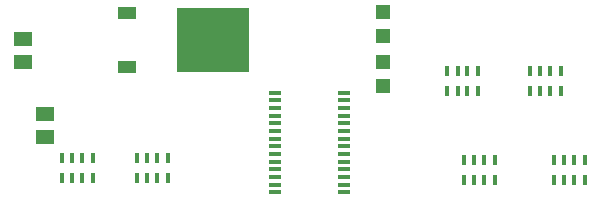
<source format=gbr>
G04 EAGLE Gerber RS-274X export*
G75*
%MOMM*%
%FSLAX34Y34*%
%LPD*%
%INSolderpaste Top*%
%IPPOS*%
%AMOC8*
5,1,8,0,0,1.08239X$1,22.5*%
G01*
%ADD10R,0.990600X0.304800*%
%ADD11R,1.500000X1.300000*%
%ADD12R,6.200000X5.400000*%
%ADD13R,1.600000X1.000000*%
%ADD14R,1.200000X1.200000*%
%ADD15R,1.300000X1.200000*%
%ADD16R,0.450000X0.900000*%


D10*
X341972Y404980D03*
X341972Y398480D03*
X341972Y391980D03*
X341972Y385480D03*
X341972Y378980D03*
X341972Y372480D03*
X341972Y365980D03*
X341972Y359480D03*
X400328Y359480D03*
X400328Y365980D03*
X400328Y372480D03*
X400328Y378980D03*
X400328Y385480D03*
X400328Y391980D03*
X400328Y398480D03*
X400328Y404980D03*
X341972Y352980D03*
X341972Y346480D03*
X400328Y352980D03*
X400328Y346480D03*
X341972Y339980D03*
X341972Y333480D03*
X341972Y326980D03*
X341972Y320480D03*
X400328Y320480D03*
X400328Y326980D03*
X400328Y333480D03*
X400328Y339980D03*
D11*
X146835Y386835D03*
X146835Y367835D03*
X128580Y431335D03*
X128580Y450335D03*
D12*
X289600Y449740D03*
D13*
X216600Y472540D03*
X216600Y426940D03*
D14*
X433380Y452560D03*
X433380Y473560D03*
D15*
X433380Y431310D03*
X433380Y410990D03*
D16*
X250800Y332640D03*
X250800Y349640D03*
X241800Y332640D03*
X233800Y332640D03*
X224800Y332640D03*
X224800Y349640D03*
X241800Y349640D03*
X233800Y349640D03*
X603860Y331370D03*
X603860Y348370D03*
X594860Y331370D03*
X586860Y331370D03*
X577860Y331370D03*
X577860Y348370D03*
X594860Y348370D03*
X586860Y348370D03*
X187300Y332640D03*
X187300Y349640D03*
X178300Y332640D03*
X170300Y332640D03*
X161300Y332640D03*
X161300Y349640D03*
X178300Y349640D03*
X170300Y349640D03*
X527660Y331370D03*
X527660Y348370D03*
X518660Y331370D03*
X510660Y331370D03*
X501660Y331370D03*
X501660Y348370D03*
X518660Y348370D03*
X510660Y348370D03*
X487690Y423300D03*
X487690Y406300D03*
X496690Y423300D03*
X504690Y423300D03*
X513690Y423300D03*
X513690Y406300D03*
X496690Y406300D03*
X504690Y406300D03*
X557540Y423300D03*
X557540Y406300D03*
X566540Y423300D03*
X574540Y423300D03*
X583540Y423300D03*
X583540Y406300D03*
X566540Y406300D03*
X574540Y406300D03*
M02*

</source>
